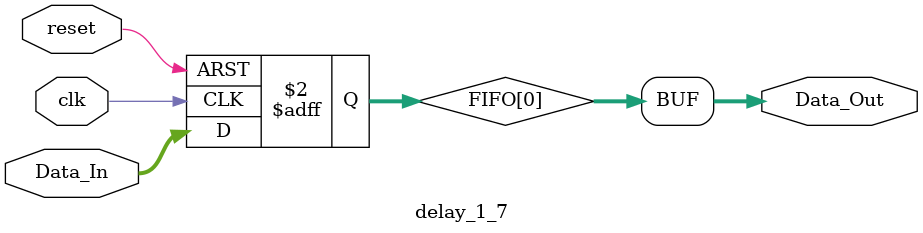
<source format=v>
`timescale 1ns / 1ps


module 
 delay_1_7 #(parameter
	SIG_DATA_WIDTH = 7,
	delay_cycles = 1
	)(
	input clk,
	input reset,
	input [SIG_DATA_WIDTH-1:0] Data_In,
	output [SIG_DATA_WIDTH-1:0] Data_Out
	);
	

	reg	[SIG_DATA_WIDTH-1:0] FIFO  [delay_cycles-1:0] ;
	always @ (posedge clk or posedge reset)
    begin
        if(reset)
		begin
			FIFO[0] <= {SIG_DATA_WIDTH{1'b0}};
		end
		else
		begin
			FIFO[0] <= Data_In;
		end
	end

	assign    Data_Out = FIFO[0];
endmodule
</source>
